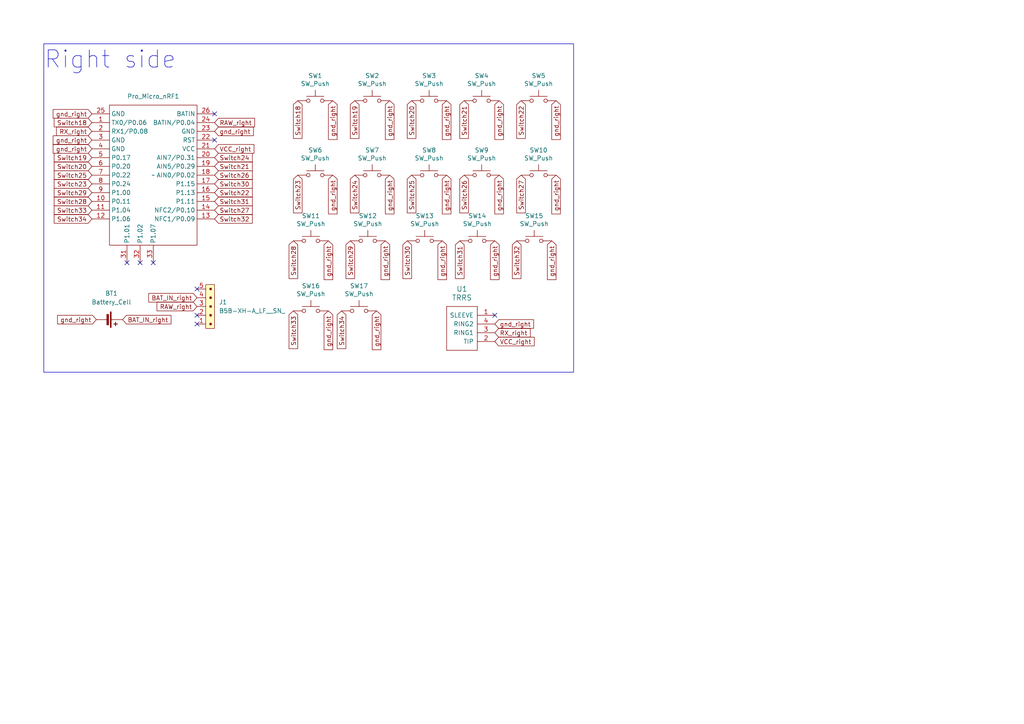
<source format=kicad_sch>
(kicad_sch (version 20230121) (generator eeschema)
  (paper "A4")
  (lib_symbols
    (symbol "Device:Battery_Cell" (pin_numbers hide) (pin_names (offset 0) hide)
      (property "Reference" "BT" (at 2.54 2.54 0))
      (property "Value" "Battery_Cell" (at 2.54 0 0))
      (symbol "Battery_Cell_0_1"
        (rectangle (start -2.286 1.778) (end 2.286 1.524) (fill (type outline)))
        (rectangle (start -1.524 1.016) (end 1.524 0.508) (fill (type outline)))
        (polyline (pts (xy 0 0.762) (xy 0 0)))
        (polyline (pts (xy 0 1.778) (xy 0 2.54)))
        (polyline (pts (xy 0.762 3.048) (xy 1.778 3.048)) (stroke (width 0.254)))
        (polyline (pts (xy 1.27 3.556) (xy 1.27 2.54)) (stroke (width 0.254)))
      )
      (symbol "Battery_Cell_1_1"
        (pin passive line (at 0 5.08 270) (length 2.54) (name "+") (number "1"))
        (pin passive line (at 0 -2.54 90) (length 2.54) (name "-") (number "2"))
      )
    )
    (symbol "Scottokeeb:Placeholder_TRRS" (pin_names (offset 1.016))
      (property "Reference" "U" (at 0 15.24 0))
      (property "Value" "TRRS" (at 0 -2.54 0))
      (symbol "Placeholder_TRRS_0_1"
        (rectangle (start -3.81 0) (end -3.81 12.7))
        (rectangle (start -3.81 0) (end 5.08 0))
        (rectangle (start -3.81 12.7) (end 5.08 12.7))
        (rectangle (start 5.08 12.7) (end 5.08 0))
      )
      (symbol "Placeholder_TRRS_1_1"
        (pin input line (at -8.89 2.54 0) (length 5.08) (name "SLEEVE") (number "1"))
        (pin input line (at -8.89 10.16 0) (length 5.08) (name "TIP") (number "2"))
        (pin input line (at -8.89 7.62 0) (length 5.08) (name "RING1") (number "3"))
        (pin input line (at -8.89 5.08 0) (length 5.08) (name "RING2") (number "4"))
      )
    )
    (symbol "Switch:SW_Push" (pin_numbers hide) (pin_names (offset 1.016) hide)
      (property "Reference" "SW" (at 1.27 2.54 0))
      (property "Value" "SW_Push" (at 0 -1.524 0))
      (symbol "SW_Push_0_1"
        (circle (center -2.032 0) (radius 0.508))
        (polyline (pts (xy 0 1.27) (xy 0 3.048)))
        (polyline (pts (xy 2.54 1.27) (xy -2.54 1.27)))
        (circle (center 2.032 0) (radius 0.508))
        (pin passive line (at -5.08 0 0) (length 2.54) (name "1") (number "1"))
        (pin passive line (at 5.08 0 180) (length 2.54) (name "2") (number "2"))
      )
    )
    (symbol "components:Pro_Micro_nRF52840"
      (property "Reference" "Pro_Micro_nRF52840" (at 0 22.352 0))
      (symbol "Pro_Micro_nRF52840_0_1"
        (rectangle (start -12.7 -20.32) (end 12.7 20.32))
      )
      (symbol "Pro_Micro_nRF52840_1_1"
        (pin input line (at -17.78 15.24 0) (length 5.08) (name "TX0/P0.06") (number "1"))
        (pin input line (at -17.78 -7.62 0) (length 5.08) (name "P0.11") (number "10"))
        (pin input line (at -17.78 -10.16 0) (length 5.08) (name "P1.04") (number "11"))
        (pin input line (at -17.78 -12.7 0) (length 5.08) (name "P1.06") (number "12"))
        (pin input line (at 17.78 -12.7 180) (length 5.08) (name "NFC1/P0.09") (number "13"))
        (pin input line (at 17.78 -10.16 180) (length 5.08) (name "NFC2/P0.10") (number "14"))
        (pin input line (at 17.78 -7.62 180) (length 5.08) (name "P1.11") (number "15"))
        (pin input line (at 17.78 -5.08 180) (length 5.08) (name "P1.13") (number "16"))
        (pin input line (at 17.78 -2.54 180) (length 5.08) (name "P1.15") (number "17"))
        (pin input line (at 17.78 0 180) (length 5.08) (name "AIN0/P0.02") (number "18"))
        (pin input line (at 17.78 2.54 180) (length 5.08) (name "AIN5/P0.29") (number "19"))
        (pin input line (at -17.78 12.7 0) (length 5.08) (name "RX1/P0.08") (number "2"))
        (pin input line (at 17.78 5.08 180) (length 5.08) (name "AIN7/P0.31") (number "20"))
        (pin input line (at 17.78 7.62 180) (length 5.08) (name "VCC") (number "21"))
        (pin input line (at 17.78 10.16 180) (length 5.08) (name "RST") (number "22"))
        (pin input line (at 17.78 12.7 180) (length 5.08) (name "GND") (number "23"))
        (pin input line (at 17.78 15.24 180) (length 5.08) (name "BATIN/P0.04") (number "24"))
        (pin input line (at -17.78 17.78 0) (length 5.08) (name "GND") (number "25"))
        (pin input line (at 17.78 17.78 180) (length 5.08) (name "BATIN") (number "26"))
        (pin input line (at -17.78 10.16 0) (length 5.08) (name "GND") (number "3"))
        (pin input line (at -7.62 -25.4 90) (length 5.08) (name "P1.01") (number "31"))
        (pin input line (at -3.81 -25.4 90) (length 5.08) (name "P1.02") (number "32"))
        (pin input line (at 0 -25.4 90) (length 5.08) (name "P1.07") (number "33"))
        (pin input line (at -17.78 7.62 0) (length 5.08) (name "GND") (number "4"))
        (pin input line (at -17.78 5.08 0) (length 5.08) (name "P0.17") (number "5"))
        (pin input line (at -17.78 2.54 0) (length 5.08) (name "P0.20") (number "6"))
        (pin input line (at -17.78 0 0) (length 5.08) (name "P0.22") (number "7"))
        (pin input line (at -17.78 -2.54 0) (length 5.08) (name "P0.24") (number "8"))
        (pin input line (at -17.78 -5.08 0) (length 5.08) (name "P1.00") (number "9"))
      )
    )
    (symbol "dk_Rectangular-Connectors-Headers-Male-Pins:B5B-XH-A_LF__SN_" (pin_names (offset 1.016))
      (property "Reference" "J" (at -2.54 -1.27 0))
      (property "Value" "B5B-XH-A_LF__SN_" (at 5.08 -3.81 0))
      (symbol "B5B-XH-A_LF__SN__1_1"
        (rectangle (start -1.27 0) (end 11.43 -2.54) (fill (type background)))
        (rectangle (start -0.254 -1.143) (end 0.254 -1.651) (fill (type outline)))
        (rectangle (start 2.286 -1.143) (end 2.794 -1.651) (fill (type outline)))
        (rectangle (start 4.826 -1.143) (end 5.334 -1.651) (fill (type outline)))
        (rectangle (start 7.366 -1.143) (end 7.874 -1.651) (fill (type outline)))
        (rectangle (start 9.906 -1.143) (end 10.414 -1.651) (fill (type outline)))
        (pin passive line (at 0 2.54 270) (length 2.54) (name "~") (number "1"))
        (pin passive line (at 2.54 2.54 270) (length 2.54) (name "~") (number "2"))
        (pin passive line (at 5.08 2.54 270) (length 2.54) (name "~") (number "3"))
        (pin passive line (at 7.62 2.54 270) (length 2.54) (name "~") (number "4"))
        (pin passive line (at 10.16 2.54 270) (length 2.54) (name "~") (number "5"))
      )
    )
  )
  (no_connect (at 40.64 76.2))
  (no_connect (at 57.15 83.82))
  (no_connect (at 57.15 93.98))
  (no_connect (at 57.15 91.44))
  (no_connect (at 62.23 40.64))
  (no_connect (at 36.83 76.2))
  (no_connect (at 62.23 33.02))
  (no_connect (at 143.51 91.44))
  (no_connect (at 44.45 76.2))
  (rectangle (start 12.7 12.7) (end 166.37 107.95))
  (text "Right side" (at 12.7 20.32 0) (effects (font (size 5 5)) (justify left bottom)))
  (global_label "gnd_right" (shape input) (at 143.51 93.98 0) (property "Intersheetrefs" "${INTERSHEET_REFS}" (effects hide)))
  (global_label "gnd_right" (shape input) (at 27.94 92.71 180) (property "Intersheetrefs" "${INTERSHEET_REFS}" (effects hide)))
  (global_label "gnd_right" (shape input) (at 26.67 33.02 180) (property "Intersheetrefs" "${INTERSHEET_REFS}" (effects hide)))
  (global_label "gnd_right" (shape input) (at 143.51 69.85 270) (property "Intersheetrefs" "${INTERSHEET_REFS}" (effects hide)))
  (global_label "Switch33" (shape input) (at 85.09 90.17 270) (property "Intersheetrefs" "${INTERSHEET_REFS}" (effects hide)))
  (global_label "VCC_right" (shape input) (at 62.23 43.18 0) (property "Intersheetrefs" "${INTERSHEET_REFS}" (effects hide)))
  (global_label "Switch20" (shape input) (at 26.67 48.26 180) (property "Intersheetrefs" "${INTERSHEET_REFS}" (effects hide)))
  (global_label "Switch34" (shape input) (at 26.67 63.5 180) (property "Intersheetrefs" "${INTERSHEET_REFS}" (effects hide)))
  (global_label "Switch30" (shape input) (at 118.11 69.85 270) (property "Intersheetrefs" "${INTERSHEET_REFS}" (effects hide)))
  (global_label "gnd_right" (shape input) (at 26.67 43.18 180) (property "Intersheetrefs" "${INTERSHEET_REFS}" (effects hide)))
  (global_label "gnd_right" (shape input) (at 129.54 50.8 270) (property "Intersheetrefs" "${INTERSHEET_REFS}" (effects hide)))
  (global_label "Switch33" (shape input) (at 26.67 60.96 180) (property "Intersheetrefs" "${INTERSHEET_REFS}" (effects hide)))
  (global_label "Switch30" (shape input) (at 62.23 53.34 0) (property "Intersheetrefs" "${INTERSHEET_REFS}" (effects hide)))
  (global_label "Switch24" (shape input) (at 62.23 45.72 0) (property "Intersheetrefs" "${INTERSHEET_REFS}" (effects hide)))
  (global_label "Switch28" (shape input) (at 85.09 69.85 270) (property "Intersheetrefs" "${INTERSHEET_REFS}" (effects hide)))
  (global_label "gnd_right" (shape input) (at 95.25 90.17 270) (property "Intersheetrefs" "${INTERSHEET_REFS}" (effects hide)))
  (global_label "RX_right" (shape input) (at 143.51 96.52 0) (property "Intersheetrefs" "${INTERSHEET_REFS}" (effects hide)))
  (global_label "Switch29" (shape input) (at 26.67 55.88 180) (property "Intersheetrefs" "${INTERSHEET_REFS}" (effects hide)))
  (global_label "gnd_right" (shape input) (at 109.22 90.17 270) (property "Intersheetrefs" "${INTERSHEET_REFS}" (effects hide)))
  (global_label "gnd_right" (shape input) (at 160.02 69.85 270) (property "Intersheetrefs" "${INTERSHEET_REFS}" (effects hide)))
  (global_label "gnd_right" (shape input) (at 128.27 69.85 270) (property "Intersheetrefs" "${INTERSHEET_REFS}" (effects hide)))
  (global_label "VCC_right" (shape input) (at 143.51 99.06 0) (property "Intersheetrefs" "${INTERSHEET_REFS}" (effects hide)))
  (global_label "gnd_right" (shape input) (at 161.29 50.8 270) (property "Intersheetrefs" "${INTERSHEET_REFS}" (effects hide)))
  (global_label "Switch22" (shape input) (at 151.13 29.21 270) (property "Intersheetrefs" "${INTERSHEET_REFS}" (effects hide)))
  (global_label "Switch24" (shape input) (at 102.87 50.8 270) (property "Intersheetrefs" "${INTERSHEET_REFS}" (effects hide)))
  (global_label "Switch19" (shape input) (at 26.67 45.72 180) (property "Intersheetrefs" "${INTERSHEET_REFS}" (effects hide)))
  (global_label "Switch31" (shape input) (at 133.35 69.85 270) (property "Intersheetrefs" "${INTERSHEET_REFS}" (effects hide)))
  (global_label "Switch21" (shape input) (at 134.62 29.21 270) (property "Intersheetrefs" "${INTERSHEET_REFS}" (effects hide)))
  (global_label "gnd_right" (shape input) (at 26.67 40.64 180) (property "Intersheetrefs" "${INTERSHEET_REFS}" (effects hide)))
  (global_label "gnd_right" (shape input) (at 113.03 29.21 270) (property "Intersheetrefs" "${INTERSHEET_REFS}" (effects hide)))
  (global_label "BAT_IN_right" (shape input) (at 35.56 92.71 0) (property "Intersheetrefs" "${INTERSHEET_REFS}" (effects hide)))
  (global_label "Switch25" (shape input) (at 26.67 50.8 180) (property "Intersheetrefs" "${INTERSHEET_REFS}" (effects hide)))
  (global_label "Switch21" (shape input) (at 62.23 48.26 0) (property "Intersheetrefs" "${INTERSHEET_REFS}" (effects hide)))
  (global_label "Switch26" (shape input) (at 62.23 50.8 0) (property "Intersheetrefs" "${INTERSHEET_REFS}" (effects hide)))
  (global_label "Switch23" (shape input) (at 86.36 50.8 270) (property "Intersheetrefs" "${INTERSHEET_REFS}" (effects hide)))
  (global_label "Switch23" (shape input) (at 26.67 53.34 180) (property "Intersheetrefs" "${INTERSHEET_REFS}" (effects hide)))
  (global_label "gnd_right" (shape input) (at 129.54 29.21 270) (property "Intersheetrefs" "${INTERSHEET_REFS}" (effects hide)))
  (global_label "Switch32" (shape input) (at 62.23 63.5 0) (property "Intersheetrefs" "${INTERSHEET_REFS}" (effects hide)))
  (global_label "gnd_right" (shape input) (at 113.03 50.8 270) (property "Intersheetrefs" "${INTERSHEET_REFS}" (effects hide)))
  (global_label "RAW_right" (shape input) (at 62.23 35.56 0) (property "Intersheetrefs" "${INTERSHEET_REFS}" (effects hide)))
  (global_label "RAW_right" (shape input) (at 57.15 88.9 180) (property "Intersheetrefs" "${INTERSHEET_REFS}" (effects hide)))
  (global_label "gnd_right" (shape input) (at 161.29 29.21 270) (property "Intersheetrefs" "${INTERSHEET_REFS}" (effects hide)))
  (global_label "RX_right" (shape input) (at 26.67 38.1 180) (property "Intersheetrefs" "${INTERSHEET_REFS}" (effects hide)))
  (global_label "Switch18" (shape input) (at 26.67 35.56 180) (property "Intersheetrefs" "${INTERSHEET_REFS}" (effects hide)))
  (global_label "BAT_IN_right" (shape input) (at 57.15 86.36 180) (property "Intersheetrefs" "${INTERSHEET_REFS}" (effects hide)))
  (global_label "Switch29" (shape input) (at 101.6 69.85 270) (property "Intersheetrefs" "${INTERSHEET_REFS}" (effects hide)))
  (global_label "Switch26" (shape input) (at 134.62 50.8 270) (property "Intersheetrefs" "${INTERSHEET_REFS}" (effects hide)))
  (global_label "gnd_right" (shape input) (at 62.23 38.1 0) (property "Intersheetrefs" "${INTERSHEET_REFS}" (effects hide)))
  (global_label "gnd_right" (shape input) (at 144.78 29.21 270) (property "Intersheetrefs" "${INTERSHEET_REFS}" (effects hide)))
  (global_label "gnd_right" (shape input) (at 96.52 50.8 270) (property "Intersheetrefs" "${INTERSHEET_REFS}" (effects hide)))
  (global_label "Switch34" (shape input) (at 99.06 90.17 270) (property "Intersheetrefs" "${INTERSHEET_REFS}" (effects hide)))
  (global_label "Switch27" (shape input) (at 151.13 50.8 270) (property "Intersheetrefs" "${INTERSHEET_REFS}" (effects hide)))
  (global_label "Switch31" (shape input) (at 62.23 58.42 0) (property "Intersheetrefs" "${INTERSHEET_REFS}" (effects hide)))
  (global_label "gnd_right" (shape input) (at 144.78 50.8 270) (property "Intersheetrefs" "${INTERSHEET_REFS}" (effects hide)))
  (global_label "Switch22" (shape input) (at 62.23 55.88 0) (property "Intersheetrefs" "${INTERSHEET_REFS}" (effects hide)))
  (global_label "gnd_right" (shape input) (at 111.76 69.85 270) (property "Intersheetrefs" "${INTERSHEET_REFS}" (effects hide)))
  (global_label "Switch19" (shape input) (at 102.87 29.21 270) (property "Intersheetrefs" "${INTERSHEET_REFS}" (effects hide)))
  (global_label "gnd_right" (shape input) (at 95.25 69.85 270) (property "Intersheetrefs" "${INTERSHEET_REFS}" (effects hide)))
  (global_label "gnd_right" (shape input) (at 96.52 29.21 270) (property "Intersheetrefs" "${INTERSHEET_REFS}" (effects hide)))
  (global_label "Switch28" (shape input) (at 26.67 58.42 180) (property "Intersheetrefs" "${INTERSHEET_REFS}" (effects hide)))
  (global_label "Switch25" (shape input) (at 119.38 50.8 270) (property "Intersheetrefs" "${INTERSHEET_REFS}" (effects hide)))
  (global_label "Switch32" (shape input) (at 149.86 69.85 270) (property "Intersheetrefs" "${INTERSHEET_REFS}" (effects hide)))
  (global_label "Switch27" (shape input) (at 62.23 60.96 0) (property "Intersheetrefs" "${INTERSHEET_REFS}" (effects hide)))
  (global_label "Switch18" (shape input) (at 86.36 29.21 270) (property "Intersheetrefs" "${INTERSHEET_REFS}" (effects hide)))
  (global_label "Switch20" (shape input) (at 119.38 29.21 270) (property "Intersheetrefs" "${INTERSHEET_REFS}" (effects hide)))
  (symbol (lib_id "dk_Rectangular-Connectors-Headers-Male-Pins:B5B-XH-A_LF__SN_") (at 59.69 93.98 90) (unit 1)
    (property "Reference" "J1" (at 63.5 87.63 90) (effects (justify right)))
    (property "Value" "B5B-XH-A_LF__SN_" (at 63.5 90.17 90) (effects (justify right)))
    (property "Footprint" "custom_components:Switch_slide_TH_5P" (effects hide))
    (property "Datasheet" "http://www.jst-mfg.com/product/pdf/eng/eXH.pdf" (effects hide))
    (property "Digi-Key_PN" "455-2270-ND" (effects hide))
    (property "MPN" "B5B-XH-A(LF)(SN)" (effects hide))
    (property "Category" "Connectors, Interconnects" (effects hide))
    (property "Family" "Rectangular Connectors - Headers, Male Pins" (effects hide))
    (property "DK_Datasheet_Link" "http://www.jst-mfg.com/product/pdf/eng/eXH.pdf" (effects hide))
    (property "DK_Detail_Page" "/product-detail/en/jst-sales-america-inc/B5B-XH-A(LF)(SN)/455-2270-ND/1530483" (effects hide))
    (property "Description" "CONN HEADER VERT 5POS 2.5MM" (effects hide))
    (property "Manufacturer" "JST Sales America Inc." (effects hide))
    (property "Status" "Active" (effects hide))
    (instances (project "kai_sweep" (path "" (reference "J1") (unit 1)) (path "" (reference "J2") (unit 1))) (project "xiao_spread" (path "" (reference "J1") (unit 1))) (project "xiao_splay" (path "" (reference "J1") (unit 1))))
  )
  (symbol (lib_id "Switch:SW_Push") (at 124.46 29.21 0) (unit 1)
    (property "Reference" "SW3" (at 124.46 21.971 0))
    (property "Value" "SW_Push" (at 124.46 24.2824 0))
    (property "Footprint" "custom_components:Choc_v1v2_pretty" (effects hide))
    (instances (project "kai_sweep" (path "" (reference "SW3") (unit 1)) (path "" (reference "SW20") (unit 1))) (project "sweepv2" (path "" (reference "SW4") (unit 1))))
  )
  (symbol (lib_id "Switch:SW_Push") (at 139.7 29.21 0) (unit 1)
    (property "Reference" "SW4" (at 139.7 21.971 0))
    (property "Value" "SW_Push" (at 139.7 24.2824 0))
    (property "Footprint" "custom_components:Choc_v1v2_pretty" (effects hide))
    (instances (project "kai_sweep" (path "" (reference "SW4") (unit 1)) (path "" (reference "SW21") (unit 1))) (project "sweepv2" (path "" (reference "SW5") (unit 1))))
  )
  (symbol (lib_id "Switch:SW_Push") (at 91.44 50.8 0) (unit 1)
    (property "Reference" "SW6" (at 91.44 43.561 0))
    (property "Value" "SW_Push" (at 91.44 45.8724 0))
    (property "Footprint" "custom_components:Choc_v1v2_pretty" (effects hide))
    (instances (project "kai_sweep" (path "" (reference "SW6") (unit 1)) (path "" (reference "SW23") (unit 1))) (project "sweepv2" (path "" (reference "SW8") (unit 1))))
  )
  (symbol (lib_id "components:Pro_Micro_nRF52840") (at 44.45 50.8 0) (unit 1)
    (property "Reference" "Pro_Micro_nRF1" (at 44.45 27.94 0))
    (property "Value" "~" (at 44.45 50.8 0))
    (property "Footprint" "custom_components:Pro Micro nRF52840" (effects hide))
    (property "Datasheet" "https://www.nologo.tech/product/otherboard/NRF52840.html" (effects hide))
    (instances (project "kai_sweep" (path "" (reference "Pro_Micro_nRF1") (unit 1)) (path "" (reference "Pro_Micro_nRF2") (unit 1))))
  )
  (symbol (lib_id "Switch:SW_Push") (at 138.43 69.85 0) (unit 1)
    (property "Reference" "SW14" (at 138.43 62.611 0))
    (property "Value" "SW_Push" (at 138.43 64.9224 0))
    (property "Footprint" "custom_components:Choc_v1v2_pretty" (effects hide))
    (instances (project "kai_sweep" (path "" (reference "SW14") (unit 1)) (path "" (reference "SW31") (unit 1))) (project "sweepv2" (path "" (reference "SW17") (unit 1))))
  )
  (symbol (lib_id "Switch:SW_Push") (at 124.46 50.8 0) (unit 1)
    (property "Reference" "SW8" (at 124.46 43.561 0))
    (property "Value" "SW_Push" (at 124.46 45.8724 0))
    (property "Footprint" "custom_components:Choc_v1v2_pretty" (effects hide))
    (instances (project "kai_sweep" (path "" (reference "SW8") (unit 1)) (path "" (reference "SW25") (unit 1))) (project "sweepv2" (path "" (reference "SW10") (unit 1))))
  )
  (symbol (lib_id "Switch:SW_Push") (at 123.19 69.85 0) (unit 1)
    (property "Reference" "SW13" (at 123.19 62.611 0))
    (property "Value" "SW_Push" (at 123.19 64.9224 0))
    (property "Footprint" "custom_components:Choc_v1v2_pretty" (effects hide))
    (instances (project "kai_sweep" (path "" (reference "SW13") (unit 1)) (path "" (reference "SW30") (unit 1))) (project "sweepv2" (path "" (reference "SW16") (unit 1))))
  )
  (symbol (lib_id "Device:Battery_Cell") (at 30.48 92.71 270) (unit 1)
    (property "Reference" "BT1" (at 32.3215 85.09 90))
    (property "Value" "Battery_Cell" (at 32.3215 87.63 90))
    (property "Footprint" "KLOTZ:JST_PH_reversible" (effects hide))
    (instances (project "kai_sweep" (path "" (reference "BT1") (unit 1)) (path "" (reference "BT2") (unit 1))) (project "xiao_spread" (path "" (reference "BT1") (unit 1))) (project "xiao_splay" (path "" (reference "BT1") (unit 1))))
  )
  (symbol (lib_id "Switch:SW_Push") (at 106.68 69.85 0) (unit 1)
    (property "Reference" "SW12" (at 106.68 62.611 0))
    (property "Value" "SW_Push" (at 106.68 64.9224 0))
    (property "Footprint" "custom_components:Choc_v1v2_pretty" (effects hide))
    (instances (project "kai_sweep" (path "" (reference "SW12") (unit 1)) (path "" (reference "SW29") (unit 1))) (project "sweepv2" (path "" (reference "SW15") (unit 1))))
  )
  (symbol (lib_id "Switch:SW_Push") (at 104.14 90.17 0) (unit 1)
    (property "Reference" "SW17" (at 104.14 82.931 0))
    (property "Value" "SW_Push" (at 104.14 85.2424 0))
    (property "Footprint" "custom_components:Choc_v1v2_pretty" (effects hide))
    (instances (project "kai_sweep" (path "" (reference "SW17") (unit 1)) (path "" (reference "SW34") (unit 1))) (project "sweepv2" (path "" (reference "SW21") (unit 1))))
  )
  (symbol (lib_id "Switch:SW_Push") (at 156.21 29.21 0) (unit 1)
    (property "Reference" "SW5" (at 156.21 21.971 0))
    (property "Value" "SW_Push" (at 156.21 24.2824 0))
    (property "Footprint" "custom_components:Choc_v1v2_pretty" (effects hide))
    (instances (project "kai_sweep" (path "" (reference "SW5") (unit 1)) (path "" (reference "SW22") (unit 1))) (project "sweepv2" (path "" (reference "SW6") (unit 1))))
  )
  (symbol (lib_id "Switch:SW_Push") (at 91.44 29.21 0) (unit 1)
    (property "Reference" "SW1" (at 91.44 21.971 0))
    (property "Value" "SW_Push" (at 91.44 24.2824 0))
    (property "Footprint" "custom_components:Choc_v1v2_pretty" (effects hide))
    (instances (project "kai_sweep" (path "" (reference "SW1") (unit 1)) (path "" (reference "SW18") (unit 1))) (project "sweepv2" (path "" (reference "SW2") (unit 1))))
  )
  (symbol (lib_id "Scottokeeb:Placeholder_TRRS") (at 134.62 88.9 180) (unit 1)
    (property "Reference" "U1" (at 133.985 83.82 0) (effects (font (size 1.524 1.524))))
    (property "Value" "TRRS" (at 133.985 86.36 0) (effects (font (size 1.524 1.524))))
    (property "Footprint" "ScottoKeebs_Components:TRRS_PJ-320A" (effects hide))
    (instances (project "kai_sweep" (path "" (reference "U1") (unit 1)) (path "" (reference "U2") (unit 1))))
  )
  (symbol (lib_id "Switch:SW_Push") (at 90.17 90.17 0) (unit 1)
    (property "Reference" "SW16" (at 90.17 82.931 0))
    (property "Value" "SW_Push" (at 90.17 85.2424 0))
    (property "Footprint" "custom_components:Choc_v1v2_pretty" (effects hide))
    (instances (project "kai_sweep" (path "" (reference "SW16") (unit 1)) (path "" (reference "SW33") (unit 1))) (project "sweepv2" (path "" (reference "SW20") (unit 1))))
  )
  (symbol (lib_id "Switch:SW_Push") (at 154.94 69.85 0) (unit 1)
    (property "Reference" "SW15" (at 154.94 62.611 0))
    (property "Value" "SW_Push" (at 154.94 64.9224 0))
    (property "Footprint" "custom_components:Choc_v1v2_pretty" (effects hide))
    (instances (project "kai_sweep" (path "" (reference "SW15") (unit 1)) (path "" (reference "SW32") (unit 1))) (project "sweepv2" (path "" (reference "SW18") (unit 1))))
  )
  (symbol (lib_id "Switch:SW_Push") (at 107.95 29.21 0) (unit 1)
    (property "Reference" "SW2" (at 107.95 21.971 0))
    (property "Value" "SW_Push" (at 107.95 24.2824 0))
    (property "Footprint" "custom_components:Choc_v1v2_pretty" (effects hide))
    (instances (project "kai_sweep" (path "" (reference "SW2") (unit 1)) (path "" (reference "SW19") (unit 1))) (project "sweepv2" (path "" (reference "SW3") (unit 1))))
  )
  (symbol (lib_id "Switch:SW_Push") (at 139.7 50.8 0) (unit 1)
    (property "Reference" "SW9" (at 139.7 43.561 0))
    (property "Value" "SW_Push" (at 139.7 45.8724 0))
    (property "Footprint" "custom_components:Choc_v1v2_pretty" (effects hide))
    (instances (project "kai_sweep" (path "" (reference "SW9") (unit 1)) (path "" (reference "SW26") (unit 1))) (project "sweepv2" (path "" (reference "SW11") (unit 1))))
  )
  (symbol (lib_id "Switch:SW_Push") (at 156.21 50.8 0) (unit 1)
    (property "Reference" "SW10" (at 156.21 43.561 0))
    (property "Value" "SW_Push" (at 156.21 45.8724 0))
    (property "Footprint" "custom_components:Choc_v1v2_pretty" (effects hide))
    (instances (project "kai_sweep" (path "" (reference "SW10") (unit 1)) (path "" (reference "SW27") (unit 1))) (project "sweepv2" (path "" (reference "SW12") (unit 1))))
  )
  (symbol (lib_id "Switch:SW_Push") (at 107.95 50.8 0) (unit 1)
    (property "Reference" "SW7" (at 107.95 43.561 0))
    (property "Value" "SW_Push" (at 107.95 45.8724 0))
    (property "Footprint" "custom_components:Choc_v1v2_pretty" (effects hide))
    (instances (project "kai_sweep" (path "" (reference "SW7") (unit 1)) (path "" (reference "SW24") (unit 1))) (project "sweepv2" (path "" (reference "SW9") (unit 1))))
  )
  (symbol (lib_id "Switch:SW_Push") (at 90.17 69.85 0) (unit 1)
    (property "Reference" "SW11" (at 90.17 62.611 0))
    (property "Value" "SW_Push" (at 90.17 64.9224 0))
    (property "Footprint" "custom_components:Choc_v1v2_pretty" (effects hide))
    (instances (project "kai_sweep" (path "" (reference "SW11") (unit 1)) (path "" (reference "SW28") (unit 1))) (project "sweepv2" (path "" (reference "SW14") (unit 1))))
  )
)
</source>
